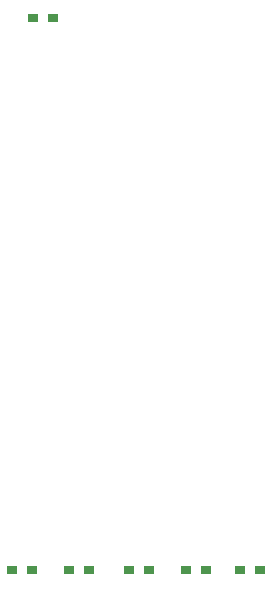
<source format=gbr>
G04 DipTrace 3.3.1.3*
G04 TopPaste.gbr*
%MOIN*%
G04 #@! TF.FileFunction,Paste,Top*
G04 #@! TF.Part,Single*
%ADD51R,0.035427X0.03149*%
%FSLAX26Y26*%
G04*
G70*
G90*
G75*
G01*
G04 TopPaste*
%LPD*%
D51*
X2943700Y1273700D3*
X3010629D3*
X2763700D3*
X2830629D3*
X2573700D3*
X2640629D3*
X2373700D3*
X2440629D3*
X2183700D3*
X2250629D3*
X2253700Y3113700D3*
X2320629D3*
M02*

</source>
